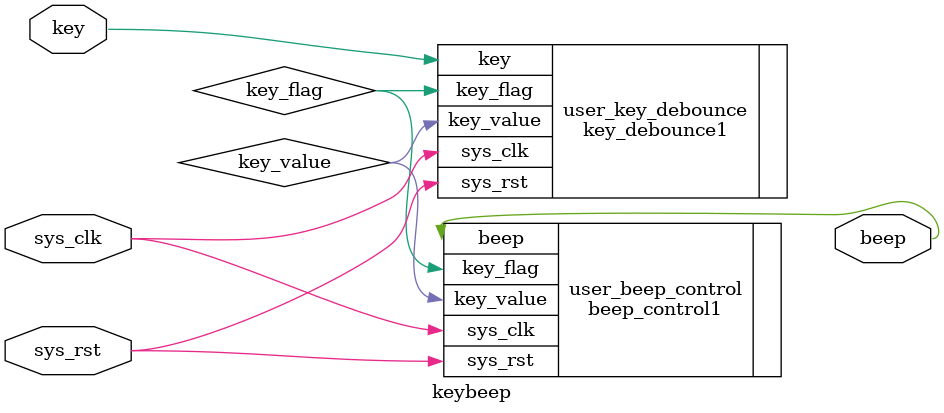
<source format=v>
/*************************************
功能：1个带消抖功能的按键控制LED灯
作者：谭刚林
版本：V01
时间：2020.9.24
**************************************/
module keybeep(
	input		sys_clk,
	input		sys_rst,
	input		key,
	
	output	beep
	);
	
	wire key_flag;
	wire key_value;
	
	key_debounce1 user_key_debounce(
		.sys_clk		(sys_clk),
		.sys_rst 	(sys_rst),
		.key			(key),
		.key_flag	(key_flag),
		.key_value	(key_value)
	);
	
	beep_control1 user_beep_control(
		.sys_clk		(sys_clk),
		.sys_rst 	(sys_rst),
		.key_flag	(key_flag),
		.key_value	(key_value),
		.beep			(beep)
		);
endmodule







































































/*
module keybeep(
	input		sys_clk,
	input		sys_rst,
	input		key,
	output	beep
	);
	
	wire	key_value;
	wire	key_flag;
	
	key_debounce u_key_debounce(
		.sys_clk		(sys_clk),
		.sys_rst		(sys_rst),
		.key			(key),
		.key_flag	(key_flag),
		.key_value	(key_value)
	);

	beep_control u_beep_control(
		.sys_clk		(sys_clk),
		.sys_rst		(sys_rst),
		.key_flag	(key_flag),
		.key_value	(key_value),
		.beep			(beep)
	);
	
endmodule
*/
</source>
